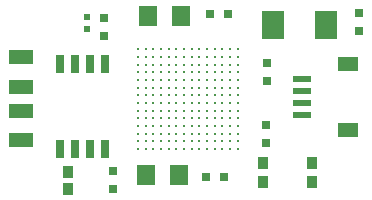
<source format=gbr>
%TF.GenerationSoftware,Altium Limited,Altium Designer,20.2.5 (213)*%
G04 Layer_Color=8421504*
%FSLAX26Y26*%
%MOIN*%
%TF.SameCoordinates,0FE6C2C3-B7F4-45EC-A48D-0F423D7CACB9*%
%TF.FilePolarity,Positive*%
%TF.FileFunction,Paste,Top*%
%TF.Part,Single*%
G01*
G75*
%TA.AperFunction,SMDPad,CuDef*%
%ADD10R,0.038189X0.039370*%
%ADD11R,0.031500X0.031500*%
%ADD12R,0.019685X0.023622*%
%ADD13R,0.059055X0.023622*%
%ADD14R,0.070866X0.047244*%
%ADD15R,0.035433X0.039370*%
%ADD16R,0.074803X0.094488*%
%ADD17R,0.027559X0.064961*%
%ADD18R,0.031500X0.031500*%
%ADD19R,0.062990X0.070980*%
%TA.AperFunction,BGAPad,CuDef*%
%ADD20C,0.009449*%
%TA.AperFunction,ConnectorPad*%
%ADD21R,0.078740X0.047244*%
D10*
X1790000Y1558064D02*
D03*
Y1615938D02*
D03*
D11*
X1940000Y1619000D02*
D03*
Y1559000D02*
D03*
X1910000Y2130000D02*
D03*
Y2070000D02*
D03*
X2449000Y1714000D02*
D03*
Y1774000D02*
D03*
X2760000Y2145000D02*
D03*
Y2085000D02*
D03*
X2452000Y1919000D02*
D03*
Y1979000D02*
D03*
D12*
X1852000Y2132686D02*
D03*
Y2093316D02*
D03*
D13*
X2571456Y1845552D02*
D03*
Y1884922D02*
D03*
Y1806182D02*
D03*
Y1924292D02*
D03*
D14*
X2725000Y1755000D02*
D03*
Y1975472D02*
D03*
D15*
X2602708Y1644496D02*
D03*
Y1581504D02*
D03*
X2441292D02*
D03*
Y1644496D02*
D03*
D16*
X2651582Y2107000D02*
D03*
X2474418D02*
D03*
D17*
X1765000Y1691496D02*
D03*
X1815000D02*
D03*
X1865000D02*
D03*
X1915000D02*
D03*
Y1974960D02*
D03*
X1865000D02*
D03*
X1815000D02*
D03*
X1765000D02*
D03*
D18*
X2323000Y2143000D02*
D03*
X2263000D02*
D03*
X2310000Y1600000D02*
D03*
X2250000D02*
D03*
D19*
X2049020Y1605000D02*
D03*
X2160980D02*
D03*
X2167980Y2137000D02*
D03*
X2056020D02*
D03*
D20*
X2356051Y2024985D02*
D03*
Y1999395D02*
D03*
Y1973805D02*
D03*
Y1948213D02*
D03*
Y1922623D02*
D03*
Y1897033D02*
D03*
Y1871441D02*
D03*
Y1845851D02*
D03*
Y1820261D02*
D03*
Y1794671D02*
D03*
Y1769079D02*
D03*
Y1743489D02*
D03*
Y1717899D02*
D03*
Y1692307D02*
D03*
X2330461Y2024985D02*
D03*
Y1999395D02*
D03*
Y1973805D02*
D03*
Y1948213D02*
D03*
Y1922623D02*
D03*
Y1897033D02*
D03*
Y1871441D02*
D03*
Y1845851D02*
D03*
Y1820261D02*
D03*
Y1794671D02*
D03*
Y1769079D02*
D03*
Y1743489D02*
D03*
Y1717899D02*
D03*
Y1692307D02*
D03*
X2304871Y2024985D02*
D03*
Y1999395D02*
D03*
Y1973805D02*
D03*
Y1948213D02*
D03*
Y1922623D02*
D03*
Y1897033D02*
D03*
Y1871441D02*
D03*
Y1845851D02*
D03*
Y1820261D02*
D03*
Y1794671D02*
D03*
Y1769079D02*
D03*
Y1743489D02*
D03*
Y1717899D02*
D03*
Y1692307D02*
D03*
X2279281Y2024985D02*
D03*
Y1999395D02*
D03*
Y1973805D02*
D03*
Y1948213D02*
D03*
Y1922623D02*
D03*
Y1897033D02*
D03*
Y1871441D02*
D03*
Y1845851D02*
D03*
Y1820261D02*
D03*
Y1794671D02*
D03*
Y1769079D02*
D03*
Y1743489D02*
D03*
Y1717899D02*
D03*
Y1692307D02*
D03*
X2253689Y2024985D02*
D03*
Y1999395D02*
D03*
Y1973805D02*
D03*
Y1948213D02*
D03*
Y1922623D02*
D03*
Y1897033D02*
D03*
Y1871441D02*
D03*
Y1845851D02*
D03*
Y1820261D02*
D03*
Y1794671D02*
D03*
Y1769079D02*
D03*
Y1743489D02*
D03*
Y1717899D02*
D03*
Y1692307D02*
D03*
X2228099Y2024985D02*
D03*
Y1999395D02*
D03*
Y1973805D02*
D03*
Y1948213D02*
D03*
Y1922623D02*
D03*
Y1897033D02*
D03*
Y1871441D02*
D03*
Y1845851D02*
D03*
Y1820261D02*
D03*
Y1794671D02*
D03*
Y1769079D02*
D03*
Y1743489D02*
D03*
Y1717899D02*
D03*
Y1692307D02*
D03*
X2202509Y2024985D02*
D03*
Y1999395D02*
D03*
Y1973805D02*
D03*
Y1948213D02*
D03*
Y1922623D02*
D03*
Y1897033D02*
D03*
Y1871441D02*
D03*
Y1845851D02*
D03*
Y1820261D02*
D03*
Y1794671D02*
D03*
Y1769079D02*
D03*
Y1743489D02*
D03*
Y1717899D02*
D03*
Y1692307D02*
D03*
X2176917Y2024985D02*
D03*
Y1999395D02*
D03*
Y1973805D02*
D03*
Y1948213D02*
D03*
Y1922623D02*
D03*
Y1897033D02*
D03*
Y1871441D02*
D03*
Y1845851D02*
D03*
Y1820261D02*
D03*
Y1794671D02*
D03*
Y1769079D02*
D03*
Y1743489D02*
D03*
Y1717899D02*
D03*
Y1692307D02*
D03*
X2151327Y2024985D02*
D03*
Y1999395D02*
D03*
Y1973805D02*
D03*
Y1948213D02*
D03*
Y1922623D02*
D03*
Y1897033D02*
D03*
Y1871441D02*
D03*
Y1845851D02*
D03*
Y1820261D02*
D03*
Y1794671D02*
D03*
Y1769079D02*
D03*
Y1743489D02*
D03*
Y1717899D02*
D03*
Y1692307D02*
D03*
X2125737Y2024985D02*
D03*
Y1999395D02*
D03*
Y1973805D02*
D03*
Y1948213D02*
D03*
Y1922623D02*
D03*
Y1897033D02*
D03*
Y1871441D02*
D03*
Y1845851D02*
D03*
Y1820261D02*
D03*
Y1794671D02*
D03*
Y1769079D02*
D03*
Y1743489D02*
D03*
Y1717899D02*
D03*
Y1692307D02*
D03*
X2100147Y2024985D02*
D03*
Y1999395D02*
D03*
Y1973805D02*
D03*
Y1948213D02*
D03*
Y1922623D02*
D03*
Y1897033D02*
D03*
Y1871441D02*
D03*
Y1845851D02*
D03*
Y1820261D02*
D03*
Y1794671D02*
D03*
Y1769079D02*
D03*
Y1743489D02*
D03*
Y1717899D02*
D03*
Y1692307D02*
D03*
X2074555Y2024985D02*
D03*
X2048965D02*
D03*
X2023375D02*
D03*
X2074555Y1999395D02*
D03*
Y1973805D02*
D03*
Y1948213D02*
D03*
Y1922623D02*
D03*
Y1897033D02*
D03*
Y1871441D02*
D03*
Y1845851D02*
D03*
Y1820261D02*
D03*
Y1794671D02*
D03*
Y1769079D02*
D03*
Y1743489D02*
D03*
Y1717899D02*
D03*
Y1692307D02*
D03*
X2048965Y1999395D02*
D03*
Y1973805D02*
D03*
Y1948213D02*
D03*
Y1922623D02*
D03*
Y1897033D02*
D03*
Y1871441D02*
D03*
Y1845851D02*
D03*
Y1820261D02*
D03*
Y1794671D02*
D03*
Y1769079D02*
D03*
Y1743489D02*
D03*
Y1717899D02*
D03*
Y1692307D02*
D03*
X2023375Y1999395D02*
D03*
Y1973805D02*
D03*
Y1948213D02*
D03*
Y1922623D02*
D03*
Y1897033D02*
D03*
Y1871441D02*
D03*
Y1845851D02*
D03*
Y1820261D02*
D03*
Y1794671D02*
D03*
Y1769079D02*
D03*
Y1743489D02*
D03*
Y1717899D02*
D03*
Y1692307D02*
D03*
D21*
X1632362Y1997796D02*
D03*
Y1722204D02*
D03*
Y1899370D02*
D03*
Y1820630D02*
D03*
%TF.MD5,e228f0929d13cc0a381d96ed8904083a*%
M02*

</source>
